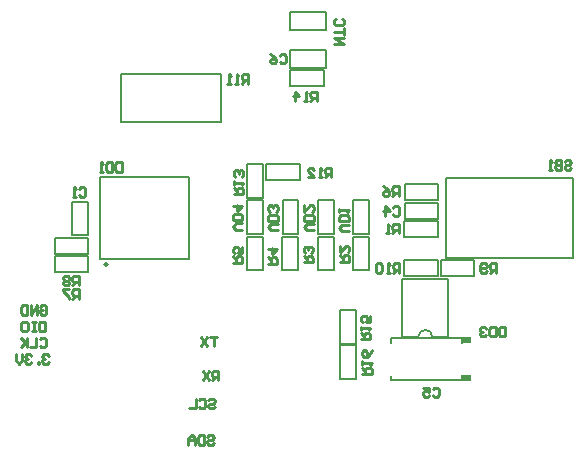
<source format=gbr>
%TF.GenerationSoftware,Altium Limited,Altium Designer,21.6.4 (81)*%
G04 Layer_Color=32896*
%FSLAX43Y43*%
%MOMM*%
%TF.SameCoordinates,1CE7F002-25C6-4FEA-A4B7-191A7A1919B5*%
%TF.FilePolarity,Positive*%
%TF.FileFunction,Legend,Bot*%
%TF.Part,Single*%
G01*
G75*
%TA.AperFunction,NonConductor*%
%ADD41C,0.200*%
%ADD42C,0.254*%
%ADD43R,0.900X0.600*%
D41*
X36013Y20857D02*
G03*
X34813Y20857I-600J0D01*
G01*
X23926Y45162D02*
X26974D01*
Y43638D02*
Y45162D01*
X23926Y43638D02*
Y45162D01*
Y43638D02*
X26974D01*
X28165Y17305D02*
Y20155D01*
X29515Y17305D02*
Y20155D01*
X28165Y17305D02*
X29515D01*
X28165Y20155D02*
X29515D01*
X28165Y20282D02*
Y23132D01*
X29515Y20282D02*
Y23132D01*
X28165Y20282D02*
X29515D01*
X28165Y23132D02*
X29515D01*
X23955Y43435D02*
X26805D01*
X23955Y42085D02*
X26805D01*
X23955D02*
Y43435D01*
X26805Y42085D02*
Y43435D01*
X23957Y46828D02*
X27005D01*
X23957D02*
Y48352D01*
X27005Y46828D02*
Y48352D01*
X23957D02*
X27005D01*
X21950Y35525D02*
X24800D01*
X21950Y34175D02*
X24800D01*
X21950D02*
Y35525D01*
X24800Y34175D02*
Y35525D01*
X20325Y32660D02*
Y35510D01*
X21675Y32660D02*
Y35510D01*
X20325Y32660D02*
X21675D01*
X20325Y35510D02*
X21675D01*
X9625Y43120D02*
X18150D01*
Y39020D02*
Y43070D01*
X9625Y39020D02*
Y43120D01*
Y39020D02*
X18150D01*
X33463Y20857D02*
Y25757D01*
X37363D01*
Y20857D02*
Y25757D01*
X36008Y20857D02*
X37363D01*
X33463D02*
X34808D01*
X32490Y17180D02*
X38490D01*
Y17580D01*
X32490Y20780D02*
X38490D01*
X32490Y17180D02*
Y17580D01*
X38490Y20380D02*
Y20780D01*
X32490Y20380D02*
Y20780D01*
X33638Y29310D02*
X36488D01*
X33638Y30660D02*
X36488D01*
Y29310D02*
Y30660D01*
X33638Y29310D02*
Y30660D01*
X36505Y30885D02*
Y32235D01*
X33655Y30885D02*
Y32235D01*
Y30885D02*
X36505D01*
X33655Y32235D02*
X36505D01*
X7840Y27485D02*
X15440D01*
X7840D02*
Y34410D01*
X15440D01*
Y27485D02*
Y34410D01*
X36705Y25985D02*
X39555D01*
X36705Y27335D02*
X39555D01*
Y25985D02*
Y27335D01*
X36705Y25985D02*
Y27335D01*
X33665Y32465D02*
Y33815D01*
X36515Y32465D02*
Y33815D01*
X33665D02*
X36515D01*
X33665Y32465D02*
X36515D01*
X33632Y25985D02*
X36482D01*
X33632Y27335D02*
X36482D01*
Y25985D02*
Y27335D01*
X33632Y25985D02*
Y27335D01*
X4045Y26365D02*
Y27715D01*
X6895Y26365D02*
Y27715D01*
X4045D02*
X6895D01*
X4045Y26365D02*
X6895D01*
X4045Y27895D02*
Y29245D01*
X6895Y27895D02*
Y29245D01*
X4045D02*
X6895D01*
X4045Y27895D02*
X6895D01*
X5505Y29465D02*
Y32315D01*
X6855Y29465D02*
Y32315D01*
X5505Y29465D02*
X6855D01*
X5505Y32315D02*
X6855D01*
X20325Y32425D02*
X21675D01*
X20325Y29550D02*
X21675D01*
Y32425D01*
X20325Y29550D02*
Y32425D01*
X20320Y29350D02*
X21670D01*
X20320Y26500D02*
X21670D01*
Y29350D01*
X20320Y26500D02*
Y29350D01*
X23320D02*
X24670D01*
X23320Y26500D02*
X24670D01*
Y29350D01*
X23320Y26500D02*
Y29350D01*
X23325Y32425D02*
X24675D01*
X23325Y29550D02*
X24675D01*
Y32425D01*
X23325Y29550D02*
Y32425D01*
X26325Y29350D02*
X27675D01*
X26325Y26500D02*
X27675D01*
Y29350D01*
X26325Y26500D02*
Y29350D01*
X26325Y32425D02*
X27675D01*
X26325Y29550D02*
X27675D01*
Y32425D01*
X26325Y29550D02*
Y32425D01*
X29325Y29350D02*
X30675D01*
X29325Y26500D02*
X30675D01*
Y29350D01*
X29325Y26500D02*
Y29350D01*
X29325Y32425D02*
X30675D01*
X29325Y29550D02*
X30675D01*
Y32425D01*
X29325Y29550D02*
Y32425D01*
X47900Y27550D02*
Y34350D01*
X37150Y27550D02*
X47900D01*
X37150D02*
Y34350D01*
X47900D01*
D42*
X8502Y27010D02*
G03*
X8502Y27010I-112J0D01*
G01*
X16963Y12410D02*
X17096Y12544D01*
X17363D01*
X17496Y12410D01*
Y12277D01*
X17363Y12144D01*
X17096D01*
X16963Y12011D01*
Y11877D01*
X17096Y11744D01*
X17363D01*
X17496Y11877D01*
X16696Y12544D02*
Y11744D01*
X16296D01*
X16163Y11877D01*
Y12410D01*
X16296Y12544D01*
X16696D01*
X15897Y11744D02*
Y12277D01*
X15630Y12544D01*
X15363Y12277D01*
Y11744D01*
Y12144D01*
X15897D01*
X17043Y15480D02*
X17176Y15614D01*
X17443D01*
X17576Y15480D01*
Y15347D01*
X17443Y15214D01*
X17176D01*
X17043Y15081D01*
Y14947D01*
X17176Y14814D01*
X17443D01*
X17576Y14947D01*
X16243Y15480D02*
X16376Y15614D01*
X16643D01*
X16776Y15480D01*
Y14947D01*
X16643Y14814D01*
X16376D01*
X16243Y14947D01*
X15977Y15614D02*
Y14814D01*
X15443D01*
X17886Y17194D02*
Y17994D01*
X17486D01*
X17353Y17860D01*
Y17594D01*
X17486Y17461D01*
X17886D01*
X17619D02*
X17353Y17194D01*
X17086Y17994D02*
X16553Y17194D01*
Y17994D02*
X17086Y17194D01*
X17750Y20874D02*
X17217D01*
X17483D01*
Y20074D01*
X16950Y20874D02*
X16417Y20074D01*
Y20874D02*
X16950Y20074D01*
X3516Y19270D02*
X3383Y19404D01*
X3116D01*
X2983Y19270D01*
Y19137D01*
X3116Y19004D01*
X3249D01*
X3116D01*
X2983Y18871D01*
Y18737D01*
X3116Y18604D01*
X3383D01*
X3516Y18737D01*
X2716Y18604D02*
Y18737D01*
X2583D01*
Y18604D01*
X2716D01*
X2050Y19270D02*
X1917Y19404D01*
X1650D01*
X1517Y19270D01*
Y19137D01*
X1650Y19004D01*
X1783D01*
X1650D01*
X1517Y18871D01*
Y18737D01*
X1650Y18604D01*
X1917D01*
X2050Y18737D01*
X1250Y19404D02*
Y18871D01*
X983Y18604D01*
X717Y18871D01*
Y19404D01*
X2793Y23420D02*
X2926Y23554D01*
X3193D01*
X3326Y23420D01*
Y22887D01*
X3193Y22754D01*
X2926D01*
X2793Y22887D01*
Y23154D01*
X3059D01*
X2526Y22754D02*
Y23554D01*
X1993Y22754D01*
Y23554D01*
X1727D02*
Y22754D01*
X1327D01*
X1193Y22887D01*
Y23420D01*
X1327Y23554D01*
X1727D01*
X3216Y22154D02*
Y21354D01*
X2816D01*
X2683Y21487D01*
Y22020D01*
X2816Y22154D01*
X3216D01*
X2416D02*
X2150D01*
X2283D01*
Y21354D01*
X2416D01*
X2150D01*
X1350Y22154D02*
X1617D01*
X1750Y22020D01*
Y21487D01*
X1617Y21354D01*
X1350D01*
X1217Y21487D01*
Y22020D01*
X1350Y22154D01*
X2749Y20650D02*
X2882Y20784D01*
X3149D01*
X3282Y20650D01*
Y20117D01*
X3149Y19984D01*
X2882D01*
X2749Y20117D01*
X2482Y20784D02*
Y19984D01*
X1949D01*
X1683Y20784D02*
Y19984D01*
Y20251D01*
X1149Y20784D01*
X1549Y20384D01*
X1149Y19984D01*
X30060Y17720D02*
X30860D01*
Y18120D01*
X30727Y18253D01*
X30460D01*
X30327Y18120D01*
Y17720D01*
Y17987D02*
X30060Y18253D01*
Y18520D02*
Y18787D01*
Y18653D01*
X30860D01*
X30727Y18520D01*
X30860Y19720D02*
X30727Y19453D01*
X30460Y19187D01*
X30193D01*
X30060Y19320D01*
Y19586D01*
X30193Y19720D01*
X30327D01*
X30460Y19586D01*
Y19187D01*
X29970Y20647D02*
X30770D01*
Y21047D01*
X30637Y21180D01*
X30370D01*
X30237Y21047D01*
Y20647D01*
Y20914D02*
X29970Y21180D01*
Y21447D02*
Y21713D01*
Y21580D01*
X30770D01*
X30637Y21447D01*
X30770Y22646D02*
Y22113D01*
X30370D01*
X30503Y22380D01*
Y22513D01*
X30370Y22646D01*
X30104D01*
X29970Y22513D01*
Y22247D01*
X30104Y22113D01*
X26220Y40820D02*
Y41620D01*
X25820D01*
X25687Y41487D01*
Y41220D01*
X25820Y41087D01*
X26220D01*
X25953D02*
X25687Y40820D01*
X25420D02*
X25153D01*
X25287D01*
Y41620D01*
X25420Y41487D01*
X24354Y40820D02*
Y41620D01*
X24753Y41220D01*
X24220D01*
X27721Y45654D02*
X28521D01*
X27721Y46187D01*
X28521D01*
Y46454D02*
Y46987D01*
Y46720D01*
X27721D01*
X28388Y47786D02*
X28521Y47653D01*
Y47387D01*
X28388Y47253D01*
X27855D01*
X27721Y47387D01*
Y47653D01*
X27855Y47786D01*
X23073Y44687D02*
X23207Y44820D01*
X23473D01*
X23606Y44687D01*
Y44153D01*
X23473Y44020D01*
X23207D01*
X23073Y44153D01*
X22274Y44820D02*
X22540Y44687D01*
X22807Y44420D01*
Y44153D01*
X22673Y44020D01*
X22407D01*
X22274Y44153D01*
Y44287D01*
X22407Y44420D01*
X22807D01*
X19200Y32966D02*
X20000D01*
Y33366D01*
X19867Y33499D01*
X19600D01*
X19467Y33366D01*
Y32966D01*
Y33232D02*
X19200Y33499D01*
Y33765D02*
Y34032D01*
Y33899D01*
X20000D01*
X19867Y33765D01*
Y34432D02*
X20000Y34565D01*
Y34832D01*
X19867Y34965D01*
X19733D01*
X19600Y34832D01*
Y34698D01*
Y34832D01*
X19467Y34965D01*
X19333D01*
X19200Y34832D01*
Y34565D01*
X19333Y34432D01*
X27445Y34368D02*
Y35167D01*
X27045D01*
X26912Y35034D01*
Y34768D01*
X27045Y34634D01*
X27445D01*
X27178D02*
X26912Y34368D01*
X26645D02*
X26378D01*
X26512D01*
Y35167D01*
X26645Y35034D01*
X25445Y34368D02*
X25978D01*
X25445Y34901D01*
Y35034D01*
X25579Y35167D01*
X25845D01*
X25978Y35034D01*
X20386Y42310D02*
Y43110D01*
X19987D01*
X19853Y42977D01*
Y42710D01*
X19987Y42577D01*
X20386D01*
X20120D02*
X19853Y42310D01*
X19587D02*
X19320D01*
X19453D01*
Y43110D01*
X19587Y42977D01*
X18920Y42310D02*
X18654D01*
X18787D01*
Y43110D01*
X18920Y42977D01*
X33216Y26300D02*
Y27100D01*
X32817D01*
X32683Y26967D01*
Y26700D01*
X32817Y26567D01*
X33216D01*
X32950D02*
X32683Y26300D01*
X32417D02*
X32150D01*
X32283D01*
Y27100D01*
X32417Y26967D01*
X31750D02*
X31617Y27100D01*
X31350D01*
X31217Y26967D01*
Y26433D01*
X31350Y26300D01*
X31617D01*
X31750Y26433D01*
Y26967D01*
X41411Y26280D02*
Y27080D01*
X41012D01*
X40878Y26947D01*
Y26680D01*
X41012Y26547D01*
X41411D01*
X41145D02*
X40878Y26280D01*
X40612Y26413D02*
X40478Y26280D01*
X40212D01*
X40079Y26413D01*
Y26947D01*
X40212Y27080D01*
X40478D01*
X40612Y26947D01*
Y26813D01*
X40478Y26680D01*
X40079D01*
X42161Y21704D02*
Y20905D01*
X41761D01*
X41628Y21038D01*
Y21571D01*
X41761Y21704D01*
X42161D01*
X41362D02*
Y20905D01*
X40962D01*
X40828Y21038D01*
Y21571D01*
X40962Y21704D01*
X41362D01*
X40562Y21571D02*
X40429Y21704D01*
X40162D01*
X40029Y21571D01*
Y21438D01*
X40162Y21304D01*
X40295D01*
X40162D01*
X40029Y21171D01*
Y21038D01*
X40162Y20905D01*
X40429D01*
X40562Y21038D01*
X36034Y16438D02*
X36168Y16572D01*
X36434D01*
X36568Y16438D01*
Y15905D01*
X36434Y15772D01*
X36168D01*
X36034Y15905D01*
X35235Y16572D02*
X35768D01*
Y16172D01*
X35501Y16305D01*
X35368D01*
X35235Y16172D01*
Y15905D01*
X35368Y15772D01*
X35634D01*
X35768Y15905D01*
X6066Y25238D02*
Y26038D01*
X5667D01*
X5533Y25904D01*
Y25638D01*
X5667Y25505D01*
X6066D01*
X5800D02*
X5533Y25238D01*
X5267Y25904D02*
X5133Y26038D01*
X4867D01*
X4734Y25904D01*
Y25771D01*
X4867Y25638D01*
X4734Y25505D01*
Y25371D01*
X4867Y25238D01*
X5133D01*
X5267Y25371D01*
Y25505D01*
X5133Y25638D01*
X5267Y25771D01*
Y25904D01*
X5133Y25638D02*
X4867D01*
X6066Y24090D02*
Y24890D01*
X5667D01*
X5533Y24757D01*
Y24490D01*
X5667Y24357D01*
X6066D01*
X5800D02*
X5533Y24090D01*
X5267Y24890D02*
X4734D01*
Y24757D01*
X5267Y24223D01*
Y24090D01*
X19900Y29934D02*
X19367D01*
X19100Y30200D01*
X19367Y30467D01*
X19900D01*
Y30733D02*
X19100D01*
Y31133D01*
X19233Y31267D01*
X19767D01*
X19900Y31133D01*
Y30733D01*
X19100Y31933D02*
X19900D01*
X19500Y31533D01*
Y32066D01*
X22910Y29874D02*
X22377D01*
X22110Y30140D01*
X22377Y30407D01*
X22910D01*
Y30673D02*
X22110D01*
Y31073D01*
X22243Y31207D01*
X22777D01*
X22910Y31073D01*
Y30673D01*
X22777Y31473D02*
X22910Y31606D01*
Y31873D01*
X22777Y32006D01*
X22643D01*
X22510Y31873D01*
Y31740D01*
Y31873D01*
X22377Y32006D01*
X22243D01*
X22110Y31873D01*
Y31606D01*
X22243Y31473D01*
X25960Y29874D02*
X25427D01*
X25160Y30140D01*
X25427Y30407D01*
X25960D01*
Y30673D02*
X25160D01*
Y31073D01*
X25293Y31207D01*
X25827D01*
X25960Y31073D01*
Y30673D01*
X25160Y32006D02*
Y31473D01*
X25693Y32006D01*
X25827D01*
X25960Y31873D01*
Y31606D01*
X25827Y31473D01*
X28930Y29837D02*
X28397D01*
X28130Y30104D01*
X28397Y30371D01*
X28930D01*
Y30637D02*
X28130D01*
Y31037D01*
X28263Y31170D01*
X28797D01*
X28930Y31037D01*
Y30637D01*
X28130Y31437D02*
Y31703D01*
Y31570D01*
X28930D01*
X28797Y31437D01*
X47210Y35697D02*
X47343Y35830D01*
X47610D01*
X47743Y35697D01*
Y35563D01*
X47610Y35430D01*
X47343D01*
X47210Y35297D01*
Y35163D01*
X47343Y35030D01*
X47610D01*
X47743Y35163D01*
X46943Y35830D02*
Y35030D01*
X46543D01*
X46410Y35163D01*
Y35297D01*
X46543Y35430D01*
X46943D01*
X46543D01*
X46410Y35563D01*
Y35697D01*
X46543Y35830D01*
X46943D01*
X46144Y35030D02*
X45877D01*
X46010D01*
Y35830D01*
X46144Y35697D01*
X33146Y32820D02*
Y33620D01*
X32747D01*
X32613Y33487D01*
Y33220D01*
X32747Y33087D01*
X33146D01*
X32880D02*
X32613Y32820D01*
X31814Y33620D02*
X32080Y33487D01*
X32347Y33220D01*
Y32953D01*
X32213Y32820D01*
X31947D01*
X31814Y32953D01*
Y33087D01*
X31947Y33220D01*
X32347D01*
X19135Y27149D02*
X19935D01*
Y27549D01*
X19801Y27682D01*
X19535D01*
X19401Y27549D01*
Y27149D01*
Y27415D02*
X19135Y27682D01*
X19935Y28482D02*
Y27949D01*
X19535D01*
X19668Y28215D01*
Y28348D01*
X19535Y28482D01*
X19268D01*
X19135Y28348D01*
Y28082D01*
X19268Y27949D01*
X22055Y27069D02*
X22855D01*
Y27469D01*
X22721Y27602D01*
X22455D01*
X22321Y27469D01*
Y27069D01*
Y27335D02*
X22055Y27602D01*
Y28268D02*
X22855D01*
X22455Y27869D01*
Y28402D01*
X25110Y27179D02*
X25910D01*
Y27579D01*
X25777Y27712D01*
X25510D01*
X25377Y27579D01*
Y27179D01*
Y27445D02*
X25110Y27712D01*
X25777Y27979D02*
X25910Y28112D01*
Y28378D01*
X25777Y28512D01*
X25643D01*
X25510Y28378D01*
Y28245D01*
Y28378D01*
X25377Y28512D01*
X25243D01*
X25110Y28378D01*
Y28112D01*
X25243Y27979D01*
X28195Y27229D02*
X28995D01*
Y27629D01*
X28862Y27762D01*
X28595D01*
X28462Y27629D01*
Y27229D01*
Y27496D02*
X28195Y27762D01*
Y28562D02*
Y28029D01*
X28729Y28562D01*
X28862D01*
X28995Y28429D01*
Y28162D01*
X28862Y28029D01*
X33153Y29620D02*
Y30420D01*
X32753D01*
X32620Y30287D01*
Y30020D01*
X32753Y29887D01*
X33153D01*
X32887D02*
X32620Y29620D01*
X32353D02*
X32087D01*
X32220D01*
Y30420D01*
X32353Y30287D01*
X9713Y35630D02*
Y34830D01*
X9313D01*
X9180Y34963D01*
Y35497D01*
X9313Y35630D01*
X9713D01*
X8913D02*
Y34830D01*
X8513D01*
X8380Y34963D01*
Y35497D01*
X8513Y35630D01*
X8913D01*
X8114Y34830D02*
X7847D01*
X7980D01*
Y35630D01*
X8114Y35497D01*
X32663Y31787D02*
X32797Y31920D01*
X33063D01*
X33196Y31787D01*
Y31253D01*
X33063Y31120D01*
X32797D01*
X32663Y31253D01*
X31997Y31120D02*
Y31920D01*
X32397Y31520D01*
X31864D01*
X6092Y33400D02*
X6225Y33533D01*
X6492D01*
X6625Y33400D01*
Y32867D01*
X6492Y32734D01*
X6225D01*
X6092Y32867D01*
X5825Y32734D02*
X5559D01*
X5692D01*
Y33533D01*
X5825Y33400D01*
D43*
X38840Y20580D02*
D03*
Y17380D02*
D03*
%TF.MD5,e043553ac662c491e050e235fa726874*%
M02*

</source>
